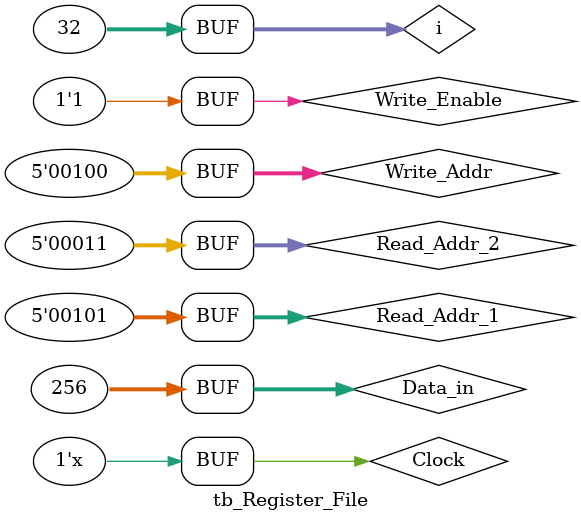
<source format=v>
module tb_Register_File (); 
     wire [31: 0] Data_Out_1, Data_Out_2; 
     reg [31: 0] Data_in; 
     reg [4: 0] Read_Addr_1, Read_Addr_2, Write_Addr; 
     reg Write_Enable, Clock=0; 

     always #5 Clock = ~Clock;

     Register_File DUT(Data_Out_1, Data_Out_2, Data_in, Read_Addr_1, Read_Addr_2, Write_Addr, Write_Enable, Clock); 

     // writing data into the register
     integer i;
     initial begin
          for(i=0; i<32;i=i+1) begin
               #10  Write_Enable=1'b1;Write_Addr=i+1; Data_in=i;
               //#10;
          end 
          #10  Write_Enable=1'b1;Write_Addr=5'b00000; Data_in=32'h1FFF_FFFF;
          #10  Write_Enable=1'b1;Write_Addr=5'b00000; Data_in=32'h0000_0000;
          #10  Write_Enable=1'b1;Write_Addr=5'b00001; Data_in=32'h0000_0001;
          #10  Write_Enable=1'b1;Write_Addr=5'b00010; Data_in=32'h0000_0010;
          #10  Write_Enable=1'b1;Write_Addr=5'b00011; Data_in=32'h0000_0011;
          #10  Write_Enable=1'b1;Write_Addr=5'b00100; Data_in=32'h0000_0100;

          //// read data 
          #10  Write_Enable=1'b1;Read_Addr_1=5'b00100;Read_Addr_2=5'b00001;
          #10  Write_Enable=1'b0;Read_Addr_1=5'b00100;Read_Addr_2=5'b00010;
          #10  Write_Enable=1'b1;Read_Addr_1=5'b00101;Read_Addr_2=5'b00011;
     end
endmodule
</source>
